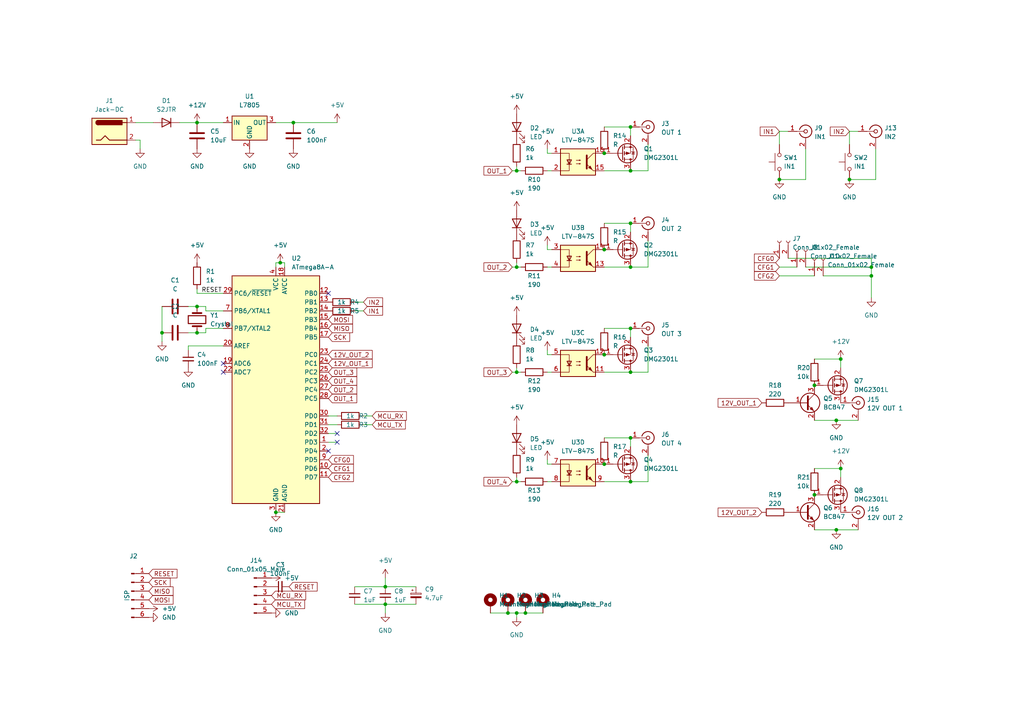
<source format=kicad_sch>
(kicad_sch (version 20211123) (generator eeschema)
  (paper "A4")
  (lib_symbols
    (symbol "Connector:Conn_01x02_Female" (pin_names (offset 1.016) hide)
      (property "Reference" "J" (at 0 2.54 0))
      (property "Value" "Conn_01x02_Female" (at 0 -5.08 0))
      (symbol "Conn_01x02_Female_1_1"
        (pin passive line (at -5.08 0 0) (length 3.81) (name "Pin_1") (number "1"))
        (pin passive line (at -5.08 -2.54 0) (length 3.81) (name "Pin_2") (number "2"))
      )
    )
    (symbol "Connector:Conn_01x05_Male" (pin_names (offset 1.016) hide)
      (property "Reference" "J" (at 0 7.62 0))
      (property "Value" "Conn_01x05_Male" (at 0 -7.62 0))
      (symbol "Conn_01x05_Male_1_1"
        (pin passive line (at 5.08 5.08 180) (length 3.81) (name "Pin_1") (number "1"))
        (pin passive line (at 5.08 2.54 180) (length 3.81) (name "Pin_2") (number "2"))
        (pin passive line (at 5.08 0 180) (length 3.81) (name "Pin_3") (number "3"))
        (pin passive line (at 5.08 -2.54 180) (length 3.81) (name "Pin_4") (number "4"))
        (pin passive line (at 5.08 -5.08 180) (length 3.81) (name "Pin_5") (number "5"))
      )
    )
    (symbol "Connector:Conn_01x06_Male" (pin_names (offset 1.016) hide)
      (property "Reference" "J" (at 0 7.62 0))
      (property "Value" "Conn_01x06_Male" (at 0 -10.16 0))
      (symbol "Conn_01x06_Male_1_1"
        (pin passive line (at 5.08 5.08 180) (length 3.81) (name "Pin_1") (number "1"))
        (pin passive line (at 5.08 2.54 180) (length 3.81) (name "Pin_2") (number "2"))
        (pin passive line (at 5.08 0 180) (length 3.81) (name "Pin_3") (number "3"))
        (pin passive line (at 5.08 -2.54 180) (length 3.81) (name "Pin_4") (number "4"))
        (pin passive line (at 5.08 -5.08 180) (length 3.81) (name "Pin_5") (number "5"))
        (pin passive line (at 5.08 -7.62 180) (length 3.81) (name "Pin_6") (number "6"))
      )
    )
    (symbol "Connector:Conn_Coaxial" (pin_names (offset 1.016) hide)
      (property "Reference" "J" (at 0.254 3.048 0))
      (property "Value" "Conn_Coaxial" (at 2.921 0 90))
      (symbol "Conn_Coaxial_1_1"
        (pin passive line (at -5.08 0 0) (length 2.54) (name "In") (number "1"))
        (pin passive line (at 0 -5.08 90) (length 2.54) (name "Ext") (number "2"))
      )
    )
    (symbol "Connector:Jack-DC" (pin_names (offset 1.016))
      (property "Reference" "J" (at 0 5.334 0))
      (property "Value" "Jack-DC" (at 0 -5.08 0))
      (symbol "Jack-DC_1_1"
        (pin passive line (at 7.62 2.54 180) (length 2.54) (name "~") (number "1"))
        (pin passive line (at 7.62 -2.54 180) (length 2.54) (name "~") (number "2"))
      )
    )
    (symbol "Device:C" (pin_numbers hide) (pin_names (offset 0.254))
      (property "Reference" "C" (at 0.635 2.54 0))
      (property "Value" "C" (at 0.635 -2.54 0))
      (symbol "C_1_1"
        (pin passive line (at 0 3.81 270) (length 2.794) (name "~") (number "1"))
        (pin passive line (at 0 -3.81 90) (length 2.794) (name "~") (number "2"))
      )
    )
    (symbol "Device:C_Polarized_Small" (pin_numbers hide) (pin_names (offset 0.254) hide)
      (property "Reference" "C" (at 0.254 1.778 0))
      (property "Value" "C_Polarized_Small" (at 0.254 -2.032 0))
      (symbol "C_Polarized_Small_1_1"
        (pin passive line (at 0 2.54 270) (length 1.8542) (name "~") (number "1"))
        (pin passive line (at 0 -2.54 90) (length 1.8542) (name "~") (number "2"))
      )
    )
    (symbol "Device:C_Small" (pin_numbers hide) (pin_names (offset 0.254) hide)
      (property "Reference" "C" (at 0.254 1.778 0))
      (property "Value" "C_Small" (at 0.254 -2.032 0))
      (symbol "C_Small_1_1"
        (pin passive line (at 0 2.54 270) (length 2.032) (name "~") (number "1"))
        (pin passive line (at 0 -2.54 90) (length 2.032) (name "~") (number "2"))
      )
    )
    (symbol "Device:Crystal" (pin_numbers hide) (pin_names (offset 1.016) hide)
      (property "Reference" "Y" (at 0 3.81 0))
      (property "Value" "Crystal" (at 0 -3.81 0))
      (symbol "Crystal_1_1"
        (pin passive line (at -3.81 0 0) (length 1.27) (name "1") (number "1"))
        (pin passive line (at 3.81 0 180) (length 1.27) (name "2") (number "2"))
      )
    )
    (symbol "Device:LED" (pin_numbers hide) (pin_names (offset 1.016) hide)
      (property "Reference" "D" (at 0 2.54 0))
      (property "Value" "LED" (at 0 -2.54 0))
      (symbol "LED_1_1"
        (pin passive line (at -3.81 0 0) (length 2.54) (name "K") (number "1"))
        (pin passive line (at 3.81 0 180) (length 2.54) (name "A") (number "2"))
      )
    )
    (symbol "Device:R" (pin_numbers hide) (pin_names (offset 0))
      (property "Reference" "R" (at 2.032 0 90))
      (property "Value" "R" (at 0 0 90))
      (symbol "R_1_1"
        (pin passive line (at 0 3.81 270) (length 1.27) (name "~") (number "1"))
        (pin passive line (at 0 -3.81 90) (length 1.27) (name "~") (number "2"))
      )
    )
    (symbol "Diode:S2JTR" (pin_numbers hide) (pin_names (offset 1.016) hide)
      (property "Reference" "D" (at 0 2.54 0))
      (property "Value" "S2JTR" (at 0 -2.54 0))
      (symbol "S2JTR_1_1"
        (pin passive line (at -3.81 0 0) (length 2.54) (name "K") (number "1"))
        (pin passive line (at 3.81 0 180) (length 2.54) (name "A") (number "2"))
      )
    )
    (symbol "Isolator:LTV-847S" (pin_names (offset 1.016))
      (property "Reference" "U" (at -3.81 5.08 0))
      (property "Value" "LTV-847S" (at 0 -5.08 0))
      (symbol "LTV-847S_1_1"
        (pin passive line (at -7.62 2.54 0) (length 2.54) (name "~") (number "1"))
        (pin passive line (at 7.62 -2.54 180) (length 2.54) (name "~") (number "15"))
        (pin passive line (at 7.62 2.54 180) (length 2.54) (name "~") (number "16"))
        (pin passive line (at -7.62 -2.54 0) (length 2.54) (name "~") (number "2"))
      )
      (symbol "LTV-847S_2_1"
        (pin passive line (at 7.62 -2.54 180) (length 2.54) (name "~") (number "13"))
        (pin passive line (at 7.62 2.54 180) (length 2.54) (name "~") (number "14"))
        (pin passive line (at -7.62 2.54 0) (length 2.54) (name "~") (number "3"))
        (pin passive line (at -7.62 -2.54 0) (length 2.54) (name "~") (number "4"))
      )
      (symbol "LTV-847S_3_1"
        (pin passive line (at 7.62 -2.54 180) (length 2.54) (name "~") (number "11"))
        (pin passive line (at 7.62 2.54 180) (length 2.54) (name "~") (number "12"))
        (pin passive line (at -7.62 2.54 0) (length 2.54) (name "~") (number "5"))
        (pin passive line (at -7.62 -2.54 0) (length 2.54) (name "~") (number "6"))
      )
      (symbol "LTV-847S_4_1"
        (pin passive line (at 7.62 2.54 180) (length 2.54) (name "~") (number "10"))
        (pin passive line (at -7.62 2.54 0) (length 2.54) (name "~") (number "7"))
        (pin passive line (at -7.62 -2.54 0) (length 2.54) (name "~") (number "8"))
        (pin passive line (at 7.62 -2.54 180) (length 2.54) (name "~") (number "9"))
      )
    )
    (symbol "MCU_Microchip_ATmega:ATmega8A-A"
      (property "Reference" "U" (at -12.7 34.29 0))
      (property "Value" "ATmega8A-A" (at 5.08 -34.29 0))
      (symbol "ATmega8A-A_1_1"
        (pin bidirectional line (at 15.24 -15.24 180) (length 2.54) (name "PD3") (number "1"))
        (pin bidirectional line (at 15.24 -22.86 180) (length 2.54) (name "PD6") (number "10"))
        (pin bidirectional line (at 15.24 -25.4 180) (length 2.54) (name "PD7") (number "11"))
        (pin bidirectional line (at 15.24 27.94 180) (length 2.54) (name "PB0") (number "12"))
        (pin bidirectional line (at 15.24 25.4 180) (length 2.54) (name "PB1") (number "13"))
        (pin bidirectional line (at 15.24 22.86 180) (length 2.54) (name "PB2") (number "14"))
        (pin bidirectional line (at 15.24 20.32 180) (length 2.54) (name "PB3") (number "15"))
        (pin bidirectional line (at 15.24 17.78 180) (length 2.54) (name "PB4") (number "16"))
        (pin bidirectional line (at 15.24 15.24 180) (length 2.54) (name "PB5") (number "17"))
        (pin power_in line (at 2.54 35.56 270) (length 2.54) (name "AVCC") (number "18"))
        (pin input line (at -15.24 7.62 0) (length 2.54) (name "ADC6") (number "19"))
        (pin bidirectional line (at 15.24 -17.78 180) (length 2.54) (name "PD4") (number "2"))
        (pin passive line (at -15.24 12.7 0) (length 2.54) (name "AREF") (number "20"))
        (pin power_in line (at 2.54 -35.56 90) (length 2.54) (name "AGND") (number "21"))
        (pin input line (at -15.24 5.08 0) (length 2.54) (name "ADC7") (number "22"))
        (pin bidirectional line (at 15.24 10.16 180) (length 2.54) (name "PC0") (number "23"))
        (pin bidirectional line (at 15.24 7.62 180) (length 2.54) (name "PC1") (number "24"))
        (pin bidirectional line (at 15.24 5.08 180) (length 2.54) (name "PC2") (number "25"))
        (pin bidirectional line (at 15.24 2.54 180) (length 2.54) (name "PC3") (number "26"))
        (pin bidirectional line (at 15.24 0 180) (length 2.54) (name "PC4") (number "27"))
        (pin bidirectional line (at 15.24 -2.54 180) (length 2.54) (name "PC5") (number "28"))
        (pin bidirectional line (at -15.24 27.94 0) (length 2.54) (name "PC6/~{RESET}") (number "29"))
        (pin power_in line (at 0 -35.56 90) (length 2.54) (name "GND") (number "3"))
        (pin bidirectional line (at 15.24 -7.62 180) (length 2.54) (name "PD0") (number "30"))
        (pin bidirectional line (at 15.24 -10.16 180) (length 2.54) (name "PD1") (number "31"))
        (pin bidirectional line (at 15.24 -12.7 180) (length 2.54) (name "PD2") (number "32"))
        (pin power_in line (at 0 35.56 270) (length 2.54) (name "VCC") (number "4"))
        (pin passive line (at 0 -35.56 90) (length 2.54) hide (name "GND") (number "5"))
        (pin passive line (at 0 35.56 270) (length 2.54) hide (name "VCC") (number "6"))
        (pin bidirectional line (at -15.24 22.86 0) (length 2.54) (name "PB6/XTAL1") (number "7"))
        (pin bidirectional line (at -15.24 17.78 0) (length 2.54) (name "PB7/XTAL2") (number "8"))
        (pin bidirectional line (at 15.24 -20.32 180) (length 2.54) (name "PD5") (number "9"))
      )
    )
    (symbol "Mechanical:MountingHole_Pad" (pin_numbers hide) (pin_names (offset 1.016) hide)
      (property "Reference" "H" (at 0 6.35 0))
      (property "Value" "MountingHole_Pad" (at 0 4.445 0))
      (symbol "MountingHole_Pad_1_1"
        (pin input line (at 0 -2.54 90) (length 2.54) (name "1") (number "1"))
      )
    )
    (symbol "Regulator_Linear:L7805" (pin_names (offset 0.254))
      (property "Reference" "U" (at -3.81 3.175 0))
      (property "Value" "L7805" (at 0 3.175 0))
      (symbol "L7805_1_1"
        (pin power_in line (at -7.62 0 0) (length 2.54) (name "IN") (number "1"))
        (pin power_in line (at 0 -7.62 90) (length 2.54) (name "GND") (number "2"))
        (pin power_out line (at 7.62 0 180) (length 2.54) (name "OUT") (number "3"))
      )
    )
    (symbol "Switch:SW_Push" (pin_numbers hide) (pin_names (offset 1.016) hide)
      (property "Reference" "SW" (at 1.27 2.54 0))
      (property "Value" "SW_Push" (at 0 -1.524 0))
      (symbol "SW_Push_0_1"
        (pin passive line (at -5.08 0 0) (length 2.54) (name "1") (number "1"))
        (pin passive line (at 5.08 0 180) (length 2.54) (name "2") (number "2"))
      )
    )
    (symbol "Transistor_BJT:BC847" (pin_names (offset 0) hide)
      (property "Reference" "Q" (at 5.08 1.905 0))
      (property "Value" "BC847" (at 5.08 0 0))
      (symbol "BC847_1_1"
        (pin input line (at -5.08 0 0) (length 5.715) (name "B") (number "1"))
        (pin passive line (at 2.54 -5.08 90) (length 2.54) (name "E") (number "2"))
        (pin passive line (at 2.54 5.08 270) (length 2.54) (name "C") (number "3"))
      )
    )
    (symbol "Transistor_FET:DMG2301L" (pin_names hide)
      (property "Reference" "Q" (at 5.08 1.905 0))
      (property "Value" "DMG2301L" (at 5.08 0 0))
      (symbol "DMG2301L_1_1"
        (pin input line (at -5.08 0 0) (length 2.54) (name "G") (number "1"))
        (pin passive line (at 2.54 -5.08 90) (length 2.54) (name "S") (number "2"))
        (pin passive line (at 2.54 5.08 270) (length 2.54) (name "D") (number "3"))
      )
    )
    (symbol "power:+12V" (power) (pin_names (offset 0))
      (property "Value" "+12V" (at 0 3.556 0))
      (symbol "+12V_1_1"
        (pin power_in line (at 0 0 90) (length 0) hide (name "+12V") (number "1"))
      )
    )
    (symbol "power:+5V" (power) (pin_names (offset 0))
      (property "Value" "+5V" (at 0 3.556 0))
      (symbol "+5V_1_1"
        (pin power_in line (at 0 0 90) (length 0) hide (name "+5V") (number "1"))
      )
    )
    (symbol "power:GND" (power) (pin_names (offset 0))
      (property "Value" "GND" (at 0 -3.81 0))
      (symbol "GND_1_1"
        (pin power_in line (at 0 0 270) (length 0) hide (name "GND") (number "1"))
      )
    )
  )
  (junction (at 57.15 96.52))
  (junction (at 236.22 143.51))
  (junction (at 182.88 127))
  (junction (at 182.88 64.77))
  (junction (at 182.88 49.53))
  (junction (at 182.88 77.47))
  (junction (at 149.86 49.53))
  (junction (at 149.86 107.95))
  (junction (at 226.06 52.07))
  (junction (at 111.76 175.26))
  (junction (at 57.15 35.56))
  (junction (at 149.86 139.7))
  (junction (at 182.88 139.7))
  (junction (at 149.86 77.47))
  (junction (at 242.57 121.92))
  (junction (at 175.26 72.39))
  (junction (at 111.76 170.18))
  (junction (at 242.57 153.67))
  (junction (at 252.73 77.47))
  (junction (at 147.32 177.8))
  (junction (at 236.22 111.76))
  (junction (at 182.88 95.25))
  (junction (at 243.84 104.14))
  (junction (at 149.86 177.8))
  (junction (at 152.4 177.8))
  (junction (at 243.84 135.89))
  (junction (at 46.99 96.52))
  (junction (at 182.88 107.95))
  (junction (at 57.15 88.9))
  (junction (at 252.73 80.01))
  (junction (at 246.38 52.07))
  (junction (at 175.26 44.45))
  (junction (at 85.09 35.56))
  (junction (at 175.26 102.87))
  (junction (at 175.26 134.62))
  (junction (at 81.28 76.2))
  (junction (at 182.88 36.83))
  (junction (at 80.01 148.59))
  (no_connect (at 64.77 107.95))
  (no_connect (at 64.77 105.41))
  (no_connect (at 97.79 125.73))
  (no_connect (at 97.79 128.27))
  (no_connect (at 95.25 130.81))
  (no_connect (at 95.25 85.09))
  (wire (pts (xy 54.61 100.33) (xy 64.77 100.33)))
  (wire (pts (xy 246.38 38.1) (xy 248.92 38.1)))
  (wire (pts (xy 149.86 49.53) (xy 151.13 49.53)))
  (wire (pts (xy 111.76 175.26) (xy 111.76 177.8)))
  (wire (pts (xy 148.59 77.47) (xy 149.86 77.47)))
  (wire (pts (xy 102.87 175.26) (xy 111.76 175.26)))
  (wire (pts (xy 95.25 120.65) (xy 97.79 120.65)))
  (wire (pts (xy 226.06 77.47) (xy 231.14 77.47)))
  (wire (pts (xy 254 43.18) (xy 254 52.07)))
  (wire (pts (xy 158.75 107.95) (xy 160.02 107.95)))
  (wire (pts (xy 85.09 35.56) (xy 97.79 35.56)))
  (wire (pts (xy 149.86 49.53) (xy 149.86 48.26)))
  (wire (pts (xy 95.25 128.27) (xy 97.79 128.27)))
  (wire (pts (xy 148.59 49.53) (xy 149.86 49.53)))
  (wire (pts (xy 52.07 35.56) (xy 57.15 35.56)))
  (wire (pts (xy 102.87 90.17) (xy 105.41 90.17)))
  (wire (pts (xy 105.41 120.65) (xy 107.95 120.65)))
  (wire (pts (xy 175.26 127) (xy 182.88 127)))
  (wire (pts (xy 81.28 76.2) (xy 82.55 76.2)))
  (wire (pts (xy 158.75 139.7) (xy 160.02 139.7)))
  (wire (pts (xy 158.75 43.18) (xy 158.75 44.45)))
  (wire (pts (xy 95.25 125.73) (xy 97.79 125.73)))
  (wire (pts (xy 233.68 52.07) (xy 226.06 52.07)))
  (wire (pts (xy 80.01 148.59) (xy 82.55 148.59)))
  (wire (pts (xy 182.88 77.47) (xy 187.96 77.47)))
  (wire (pts (xy 40.64 40.64) (xy 40.64 43.18)))
  (wire (pts (xy 187.96 69.85) (xy 187.96 77.47)))
  (wire (pts (xy 175.26 49.53) (xy 182.88 49.53)))
  (wire (pts (xy 187.96 132.08) (xy 187.96 139.7)))
  (wire (pts (xy 175.26 95.25) (xy 182.88 95.25)))
  (wire (pts (xy 64.77 95.25) (xy 59.69 95.25)))
  (wire (pts (xy 149.86 177.8) (xy 149.86 179.07)))
  (wire (pts (xy 182.88 36.83) (xy 182.88 39.37)))
  (wire (pts (xy 182.88 107.95) (xy 187.96 107.95)))
  (wire (pts (xy 233.68 77.47) (xy 252.73 77.47)))
  (wire (pts (xy 111.76 175.26) (xy 120.65 175.26)))
  (wire (pts (xy 142.24 177.8) (xy 147.32 177.8)))
  (wire (pts (xy 59.69 95.25) (xy 59.69 96.52)))
  (wire (pts (xy 226.06 38.1) (xy 228.6 38.1)))
  (wire (pts (xy 59.69 96.52) (xy 57.15 96.52)))
  (wire (pts (xy 252.73 74.93) (xy 252.73 77.47)))
  (wire (pts (xy 149.86 177.8) (xy 152.4 177.8)))
  (wire (pts (xy 182.88 139.7) (xy 187.96 139.7)))
  (wire (pts (xy 158.75 133.35) (xy 158.75 134.62)))
  (wire (pts (xy 182.88 95.25) (xy 182.88 97.79)))
  (wire (pts (xy 158.75 49.53) (xy 160.02 49.53)))
  (wire (pts (xy 182.88 64.77) (xy 182.88 67.31)))
  (wire (pts (xy 242.57 153.67) (xy 248.92 153.67)))
  (wire (pts (xy 81.28 76.2) (xy 80.01 76.2)))
  (wire (pts (xy 149.86 77.47) (xy 151.13 77.47)))
  (wire (pts (xy 111.76 167.64) (xy 111.76 170.18)))
  (wire (pts (xy 228.6 74.93) (xy 252.73 74.93)))
  (wire (pts (xy 187.96 41.91) (xy 187.96 49.53)))
  (wire (pts (xy 182.88 127) (xy 182.88 129.54)))
  (wire (pts (xy 149.86 139.7) (xy 151.13 139.7)))
  (wire (pts (xy 175.26 107.95) (xy 182.88 107.95)))
  (wire (pts (xy 39.37 40.64) (xy 40.64 40.64)))
  (wire (pts (xy 236.22 153.67) (xy 242.57 153.67)))
  (wire (pts (xy 46.99 96.52) (xy 46.99 99.06)))
  (wire (pts (xy 82.55 76.2) (xy 82.55 77.47)))
  (wire (pts (xy 102.87 87.63) (xy 105.41 87.63)))
  (wire (pts (xy 246.38 38.1) (xy 246.38 41.91)))
  (wire (pts (xy 80.01 76.2) (xy 80.01 77.47)))
  (wire (pts (xy 59.69 90.17) (xy 59.69 88.9)))
  (wire (pts (xy 149.86 77.47) (xy 149.86 76.2)))
  (wire (pts (xy 243.84 135.89) (xy 243.84 138.43)))
  (wire (pts (xy 158.75 71.12) (xy 158.75 72.39)))
  (wire (pts (xy 80.01 35.56) (xy 85.09 35.56)))
  (wire (pts (xy 149.86 107.95) (xy 151.13 107.95)))
  (wire (pts (xy 158.75 44.45) (xy 160.02 44.45)))
  (wire (pts (xy 158.75 102.87) (xy 160.02 102.87)))
  (wire (pts (xy 236.22 121.92) (xy 242.57 121.92)))
  (wire (pts (xy 175.26 77.47) (xy 182.88 77.47)))
  (wire (pts (xy 252.73 80.01) (xy 252.73 86.36)))
  (wire (pts (xy 102.87 170.18) (xy 111.76 170.18)))
  (wire (pts (xy 254 52.07) (xy 246.38 52.07)))
  (wire (pts (xy 175.26 139.7) (xy 182.88 139.7)))
  (wire (pts (xy 236.22 135.89) (xy 243.84 135.89)))
  (wire (pts (xy 64.77 90.17) (xy 59.69 90.17)))
  (wire (pts (xy 148.59 107.95) (xy 149.86 107.95)))
  (wire (pts (xy 57.15 35.56) (xy 64.77 35.56)))
  (wire (pts (xy 46.99 88.9) (xy 46.99 96.52)))
  (wire (pts (xy 111.76 170.18) (xy 120.65 170.18)))
  (wire (pts (xy 242.57 121.92) (xy 248.92 121.92)))
  (wire (pts (xy 158.75 72.39) (xy 160.02 72.39)))
  (wire (pts (xy 243.84 104.14) (xy 243.84 106.68)))
  (wire (pts (xy 152.4 177.8) (xy 157.48 177.8)))
  (wire (pts (xy 252.73 77.47) (xy 252.73 80.01)))
  (wire (pts (xy 54.61 88.9) (xy 57.15 88.9)))
  (wire (pts (xy 147.32 177.8) (xy 149.86 177.8)))
  (wire (pts (xy 59.69 88.9) (xy 57.15 88.9)))
  (wire (pts (xy 182.88 49.53) (xy 187.96 49.53)))
  (wire (pts (xy 236.22 104.14) (xy 243.84 104.14)))
  (wire (pts (xy 158.75 77.47) (xy 160.02 77.47)))
  (wire (pts (xy 175.26 64.77) (xy 182.88 64.77)))
  (wire (pts (xy 149.86 107.95) (xy 149.86 106.68)))
  (wire (pts (xy 57.15 85.09) (xy 57.15 83.82)))
  (wire (pts (xy 233.68 43.18) (xy 233.68 52.07)))
  (wire (pts (xy 39.37 35.56) (xy 44.45 35.56)))
  (wire (pts (xy 95.25 123.19) (xy 97.79 123.19)))
  (wire (pts (xy 238.76 80.01) (xy 252.73 80.01)))
  (wire (pts (xy 158.75 134.62) (xy 160.02 134.62)))
  (wire (pts (xy 226.06 80.01) (xy 236.22 80.01)))
  (wire (pts (xy 105.41 123.19) (xy 107.95 123.19)))
  (wire (pts (xy 57.15 85.09) (xy 64.77 85.09)))
  (wire (pts (xy 187.96 100.33) (xy 187.96 107.95)))
  (wire (pts (xy 54.61 101.6) (xy 54.61 100.33)))
  (wire (pts (xy 175.26 36.83) (xy 182.88 36.83)))
  (wire (pts (xy 149.86 139.7) (xy 149.86 138.43)))
  (wire (pts (xy 148.59 139.7) (xy 149.86 139.7)))
  (wire (pts (xy 54.61 96.52) (xy 57.15 96.52)))
  (wire (pts (xy 226.06 38.1) (xy 226.06 41.91)))
  (wire (pts (xy 158.75 101.6) (xy 158.75 102.87)))
  (label "RESET" (at 58.42 85.09 0))
  (global_label "12V_OUT_2" (shape input) (at 220.98 148.59 180) (property "Odnośniki między arkuszami" "${INTERSHEET_REFS}" (effects hide)))
  (global_label "MOSI" (shape input) (at 43.18 173.99 0) (property "Odnośniki między arkuszami" "${INTERSHEET_REFS}" (effects hide)))
  (global_label "MCU_TX" (shape input) (at 78.74 175.26 0) (property "Odnośniki między arkuszami" "${INTERSHEET_REFS}" (effects hide)))
  (global_label "RESET" (shape input) (at 43.18 166.37 0) (property "Odnośniki między arkuszami" "${INTERSHEET_REFS}" (effects hide)))
  (global_label "IN2" (shape input) (at 246.38 38.1 180) (property "Odnośniki między arkuszami" "${INTERSHEET_REFS}" (effects hide)))
  (global_label "MISO" (shape input) (at 43.18 171.45 0) (property "Odnośniki między arkuszami" "${INTERSHEET_REFS}" (effects hide)))
  (global_label "IN2" (shape input) (at 105.41 87.63 0) (property "Odnośniki między arkuszami" "${INTERSHEET_REFS}" (effects hide)))
  (global_label "12V_OUT_2" (shape input) (at 95.25 102.87 0) (property "Odnośniki między arkuszami" "${INTERSHEET_REFS}" (effects hide)))
  (global_label "OUT_2" (shape input) (at 148.59 77.47 180) (property "Odnośniki między arkuszami" "${INTERSHEET_REFS}" (effects hide)))
  (global_label "MCU_RX" (shape input) (at 107.95 120.65 0) (property "Odnośniki między arkuszami" "${INTERSHEET_REFS}" (effects hide)))
  (global_label "OUT_4" (shape input) (at 148.59 139.7 180) (property "Odnośniki między arkuszami" "${INTERSHEET_REFS}" (effects hide)))
  (global_label "RESET" (shape input) (at 83.82 170.18 0) (property "Odnośniki między arkuszami" "${INTERSHEET_REFS}" (effects hide)))
  (global_label "12V_OUT_1" (shape input) (at 220.98 116.84 180) (property "Odnośniki między arkuszami" "${INTERSHEET_REFS}" (effects hide)))
  (global_label "CFG2" (shape input) (at 95.25 138.43 0) (property "Odnośniki między arkuszami" "${INTERSHEET_REFS}" (effects hide)))
  (global_label "SCK" (shape input) (at 95.25 97.79 0) (property "Odnośniki między arkuszami" "${INTERSHEET_REFS}" (effects hide)))
  (global_label "MCU_TX" (shape input) (at 107.95 123.19 0) (property "Odnośniki między arkuszami" "${INTERSHEET_REFS}" (effects hide)))
  (global_label "OUT_2" (shape input) (at 95.25 113.03 0) (property "Odnośniki między arkuszami" "${INTERSHEET_REFS}" (effects hide)))
  (global_label "IN1" (shape input) (at 105.41 90.17 0) (property "Odnośniki między arkuszami" "${INTERSHEET_REFS}" (effects hide)))
  (global_label "OUT_1" (shape input) (at 95.25 115.57 0) (property "Odnośniki między arkuszami" "${INTERSHEET_REFS}" (effects hide)))
  (global_label "SCK" (shape input) (at 43.18 168.91 0) (property "Odnośniki między arkuszami" "${INTERSHEET_REFS}" (effects hide)))
  (global_label "OUT_1" (shape input) (at 148.59 49.53 180) (property "Odnośniki między arkuszami" "${INTERSHEET_REFS}" (effects hide)))
  (global_label "CFG1" (shape input) (at 226.06 77.47 180) (property "Odnośniki między arkuszami" "${INTERSHEET_REFS}" (effects hide)))
  (global_label "CFG1" (shape input) (at 95.25 135.89 0) (property "Odnośniki między arkuszami" "${INTERSHEET_REFS}" (effects hide)))
  (global_label "MISO" (shape input) (at 95.25 95.25 0) (property "Odnośniki między arkuszami" "${INTERSHEET_REFS}" (effects hide)))
  (global_label "OUT_4" (shape input) (at 95.25 110.49 0) (property "Odnośniki między arkuszami" "${INTERSHEET_REFS}" (effects hide)))
  (global_label "CFG0" (shape input) (at 226.06 74.93 180) (property "Odnośniki między arkuszami" "${INTERSHEET_REFS}" (effects hide)))
  (global_label "OUT_3" (shape input) (at 148.59 107.95 180) (property "Odnośniki między arkuszami" "${INTERSHEET_REFS}" (effects hide)))
  (global_label "MCU_RX" (shape input) (at 78.74 172.72 0) (property "Odnośniki między arkuszami" "${INTERSHEET_REFS}" (effects hide)))
  (global_label "CFG2" (shape input) (at 226.06 80.01 180) (property "Odnośniki między arkuszami" "${INTERSHEET_REFS}" (effects hide)))
  (global_label "CFG0" (shape input) (at 95.25 133.35 0) (property "Odnośniki między arkuszami" "${INTERSHEET_REFS}" (effects hide)))
  (global_label "IN1" (shape input) (at 226.06 38.1 180) (property "Odnośniki między arkuszami" "${INTERSHEET_REFS}" (effects hide)))
  (global_label "MOSI" (shape input) (at 95.25 92.71 0) (property "Odnośniki między arkuszami" "${INTERSHEET_REFS}" (effects hide)))
  (global_label "OUT_3" (shape input) (at 95.25 107.95 0) (property "Odnośniki między arkuszami" "${INTERSHEET_REFS}" (effects hide)))
  (global_label "12V_OUT_1" (shape input) (at 95.25 105.41 0) (property "Odnośniki między arkuszami" "${INTERSHEET_REFS}" (effects hide)))
  (symbol (lib_id "Mechanical:MountingHole_Pad") (at 142.24 175.26 0) (unit 1)
    (property "Reference" "H1" (at 144.78 172.7199 0) (effects (justify left)))
    (property "Value" "MountingHole_Pad" (at 144.78 175.2599 0) (effects (justify left)))
    (property "Footprint" "MountingHole:MountingHole_3.2mm_M3_Pad" (effects hide))
  )
  (symbol (lib_id "Connector:Jack-DC") (at 31.75 38.1 0) (unit 1)
    (property "Reference" "J1" (at 31.75 29.21 0))
    (property "Value" "Jack-DC" (at 31.75 31.75 0))
    (property "Footprint" "Connector_PinHeader_2.54mm:PinHeader_1x02_P2.54mm_Vertical" (effects hide))
  )
  (symbol (lib_id "power:GND") (at 72.39 43.18 0) (unit 1)
    (property "Reference" "#PWR09" (effects hide))
    (property "Value" "GND" (at 72.39 48.26 0))
  )
  (symbol (lib_id "Device:R") (at 101.6 120.65 90) (unit 1)
    (property "Reference" "R2" (at 105.41 120.65 90))
    (property "Value" "1k" (at 101.6 120.65 90))
    (property "Footprint" "Resistor_SMD:R_0805_2012Metric_Pad1.20x1.40mm_HandSolder" (effects hide))
  )
  (symbol (lib_id "Connector:Conn_Coaxial") (at 248.92 116.84 0) (unit 1)
    (property "Reference" "J15" (at 251.46 115.8631 0) (effects (justify left)))
    (property "Value" "12V OUT 1" (at 251.46 118.4031 0) (effects (justify left)))
    (property "Footprint" "Connector_PinHeader_2.54mm:PinHeader_1x02_P2.54mm_Vertical" (effects hide))
    (property "Datasheet" " ~" (effects hide))
  )
  (symbol (lib_id "Device:LED") (at 149.86 36.83 90) (unit 1)
    (property "Reference" "D2" (at 153.67 37.1474 90) (effects (justify right)))
    (property "Value" "LED" (at 153.67 39.6874 90) (effects (justify right)))
    (property "Footprint" "LED_SMD:LED_0805_2012Metric_Pad1.15x1.40mm_HandSolder" (effects hide))
  )
  (symbol (lib_id "Device:R") (at 175.26 68.58 0) (unit 1)
    (property "Reference" "R15" (at 177.8 67.3099 0) (effects (justify left)))
    (property "Value" "R" (at 177.8 69.8499 0) (effects (justify left)))
    (property "Footprint" "Resistor_SMD:R_0805_2012Metric_Pad1.20x1.40mm_HandSolder" (effects hide))
  )
  (symbol (lib_id "Device:R") (at 236.22 139.7 0) (unit 1)
    (property "Reference" "R21" (at 231.14 138.43 0) (effects (justify left)))
    (property "Value" "10k" (at 231.14 140.97 0) (effects (justify left)))
    (property "Footprint" "Resistor_SMD:R_0805_2012Metric_Pad1.20x1.40mm_HandSolder" (effects hide))
  )
  (symbol (lib_id "Device:C") (at 85.09 39.37 0) (unit 1)
    (property "Reference" "C6" (at 88.9 38.0999 0) (effects (justify left)))
    (property "Value" "100nF" (at 88.9 40.6399 0) (effects (justify left)))
    (property "Footprint" "Capacitor_SMD:C_0805_2012Metric_Pad1.18x1.45mm_HandSolder" (effects hide))
  )
  (symbol (lib_id "power:+5V") (at 158.75 133.35 0) (unit 1)
    (property "Reference" "#PWR024" (effects hide))
    (property "Value" "+5V" (at 158.75 128.27 0))
  )
  (symbol (lib_id "power:+12V") (at 243.84 104.14 0) (unit 1)
    (property "Reference" "#PWR027" (effects hide))
    (property "Value" "+12V" (at 243.84 99.06 0))
  )
  (symbol (lib_id "Isolator:LTV-847S") (at 167.64 137.16 0) (unit 4)
    (property "Reference" "U3" (at 167.64 128.27 0))
    (property "Value" "LTV-847S" (at 167.64 130.81 0))
    (property "Footprint" "Package_DIP:SMDIP-16_W9.53mm" (effects hide))
    (property "Datasheet" "http://www.us.liteon.com/downloads/LTV-817-827-847.PDF" (effects hide))
  )
  (symbol (lib_id "MCU_Microchip_ATmega:ATmega8A-A") (at 80.01 113.03 0) (unit 1)
    (property "Reference" "U2" (at 84.5694 74.93 0) (effects (justify left)))
    (property "Value" "ATmega8A-A" (at 84.5694 77.47 0) (effects (justify left)))
    (property "Footprint" "Package_QFP:TQFP-32_7x7mm_P0.8mm" (effects hide))
    (property "Datasheet" "http://ww1.microchip.com/downloads/en/DeviceDoc/Microchip%208bit%20mcu%20AVR%20ATmega8A%20data%20sheet%2040001974A.pdf" (effects hide))
  )
  (symbol (lib_id "Connector:Conn_Coaxial") (at 187.96 95.25 0) (unit 1)
    (property "Reference" "J5" (at 191.77 94.2731 0) (effects (justify left)))
    (property "Value" "OUT 3" (at 191.77 96.8131 0) (effects (justify left)))
    (property "Footprint" "Connector_PinHeader_2.54mm:PinHeader_1x02_P2.54mm_Vertical" (effects hide))
    (property "Datasheet" " ~" (effects hide))
  )
  (symbol (lib_id "power:+12V") (at 57.15 35.56 0) (unit 1)
    (property "Reference" "#PWR06" (effects hide))
    (property "Value" "+12V" (at 57.15 30.48 0))
  )
  (symbol (lib_id "power:GND") (at 57.15 43.18 0) (unit 1)
    (property "Reference" "#PWR07" (effects hide))
    (property "Value" "GND" (at 57.15 48.26 0))
  )
  (symbol (lib_id "Connector:Conn_01x02_Female") (at 226.06 69.85 90) (unit 1)
    (property "Reference" "J7" (at 229.87 69.2149 90) (effects (justify right)))
    (property "Value" "Conn_01x02_Female" (at 229.87 71.7549 90) (effects (justify right)))
    (property "Footprint" "Connector_PinHeader_2.54mm:PinHeader_1x02_P2.54mm_Vertical" (effects hide))
  )
  (symbol (lib_id "power:+5V") (at 158.75 71.12 0) (unit 1)
    (property "Reference" "#PWR022" (effects hide))
    (property "Value" "+5V" (at 158.75 66.04 0))
  )
  (symbol (lib_id "Device:R") (at 149.86 102.87 0) (unit 1)
    (property "Reference" "R8" (at 152.4 101.5999 0) (effects (justify left)))
    (property "Value" "1k" (at 152.4 104.1399 0) (effects (justify left)))
    (property "Footprint" "Resistor_SMD:R_0805_2012Metric_Pad1.20x1.40mm_HandSolder" (effects hide))
  )
  (symbol (lib_id "Connector:Conn_01x06_Male") (at 38.1 171.45 0) (unit 1)
    (property "Reference" "J2" (at 38.735 161.29 0))
    (property "Value" "ISP" (at 36.83 172.72 90))
    (property "Footprint" "Connector_PinHeader_2.54mm:PinHeader_1x06_P2.54mm_Vertical" (effects hide))
  )
  (symbol (lib_id "Switch:SW_Push") (at 246.38 46.99 90) (unit 1)
    (property "Reference" "SW2" (at 247.65 45.7199 90) (effects (justify right)))
    (property "Value" "IN1" (at 247.65 48.2599 90) (effects (justify right)))
    (property "Footprint" "Button_Switch_SMD:PTS636_SL43_SMTR_LFS" (effects hide))
  )
  (symbol (lib_id "power:GND") (at 80.01 148.59 0) (unit 1)
    (property "Reference" "#PWR010" (effects hide))
    (property "Value" "GND" (at 80.01 153.67 0))
  )
  (symbol (lib_id "power:GND") (at 43.18 179.07 90) (unit 1)
    (property "Reference" "#PWR02" (effects hide))
    (property "Value" "GND" (at 46.99 179.0699 90) (effects (justify right)))
  )
  (symbol (lib_id "power:+5V") (at 43.18 176.53 270) (unit 1)
    (property "Reference" "#PWR01" (effects hide))
    (property "Value" "+5V" (at 46.99 176.5299 90) (effects (justify left)))
  )
  (symbol (lib_id "Device:C_Polarized_Small") (at 120.65 172.72 0) (unit 1)
    (property "Reference" "C9" (at 123.19 170.9038 0) (effects (justify left)))
    (property "Value" "4.7uF" (at 123.19 173.4438 0) (effects (justify left)))
    (property "Footprint" "Capacitor_SMD:CP_Elec_4x4.5" (effects hide))
  )
  (symbol (lib_id "Device:Crystal") (at 57.15 92.71 90) (unit 1)
    (property "Reference" "Y1" (at 60.96 91.4399 90) (effects (justify right)))
    (property "Value" "Crystal" (at 60.96 93.9799 90) (effects (justify right)))
    (property "Footprint" "Crystal:Crystal_SMD_HC49-SD" (effects hide))
  )
  (symbol (lib_id "Device:C") (at 50.8 96.52 270) (unit 1)
    (property "Reference" "C2" (at 50.8 88.9 90))
    (property "Value" "C" (at 50.8 91.44 90))
    (property "Footprint" "Capacitor_SMD:C_0805_2012Metric_Pad1.18x1.45mm_HandSolder" (effects hide))
  )
  (symbol (lib_id "power:+12V") (at 243.84 135.89 0) (unit 1)
    (property "Reference" "#PWR028" (effects hide))
    (property "Value" "+12V" (at 243.84 130.81 0))
  )
  (symbol (lib_id "Device:R") (at 175.26 130.81 0) (unit 1)
    (property "Reference" "R17" (at 177.8 129.5399 0) (effects (justify left)))
    (property "Value" "R" (at 177.8 132.0799 0) (effects (justify left)))
    (property "Footprint" "Resistor_SMD:R_0805_2012Metric_Pad1.20x1.40mm_HandSolder" (effects hide))
  )
  (symbol (lib_id "power:+5V") (at 81.28 76.2 0) (unit 1)
    (property "Reference" "#PWR011" (effects hide))
    (property "Value" "+5V" (at 81.28 71.12 0))
  )
  (symbol (lib_id "power:GND") (at 85.09 43.18 0) (unit 1)
    (property "Reference" "#PWR013" (effects hide))
    (property "Value" "GND" (at 85.09 48.26 0))
  )
  (symbol (lib_id "Device:R") (at 149.86 72.39 0) (unit 1)
    (property "Reference" "R7" (at 152.4 71.1199 0) (effects (justify left)))
    (property "Value" "1k" (at 152.4 73.6599 0) (effects (justify left)))
    (property "Footprint" "Resistor_SMD:R_0805_2012Metric_Pad1.20x1.40mm_HandSolder" (effects hide))
  )
  (symbol (lib_id "Connector:Conn_Coaxial") (at 254 38.1 0) (unit 1)
    (property "Reference" "J13" (at 256.54 37.1231 0) (effects (justify left)))
    (property "Value" "IN2" (at 256.54 39.6631 0) (effects (justify left)))
    (property "Footprint" "Connector_PinHeader_2.54mm:PinHeader_1x02_P2.54mm_Vertical" (effects hide))
    (property "Datasheet" " ~" (effects hide))
  )
  (symbol (lib_id "Device:LED") (at 149.86 95.25 90) (unit 1)
    (property "Reference" "D4" (at 153.67 95.5674 90) (effects (justify right)))
    (property "Value" "LED" (at 153.67 98.1074 90) (effects (justify right)))
    (property "Footprint" "LED_SMD:LED_0805_2012Metric_Pad1.15x1.40mm_HandSolder" (effects hide))
  )
  (symbol (lib_id "Device:C") (at 50.8 88.9 270) (unit 1)
    (property "Reference" "C1" (at 50.8 81.28 90))
    (property "Value" "C" (at 50.8 83.82 90))
    (property "Footprint" "Capacitor_SMD:C_0805_2012Metric_Pad1.18x1.45mm_HandSolder" (effects hide))
  )
  (symbol (lib_id "Device:R") (at 236.22 107.95 0) (unit 1)
    (property "Reference" "R20" (at 231.14 106.68 0) (effects (justify left)))
    (property "Value" "10k" (at 231.14 109.22 0) (effects (justify left)))
    (property "Footprint" "Resistor_SMD:R_0805_2012Metric_Pad1.20x1.40mm_HandSolder" (effects hide))
  )
  (symbol (lib_id "power:+5V") (at 111.76 167.64 0) (unit 1)
    (property "Reference" "#PWR015" (effects hide))
    (property "Value" "+5V" (at 111.76 162.56 0))
  )
  (symbol (lib_id "power:+5V") (at 158.75 101.6 0) (unit 1)
    (property "Reference" "#PWR023" (effects hide))
    (property "Value" "+5V" (at 158.75 96.52 0))
  )
  (symbol (lib_id "power:GND") (at 78.74 177.8 90) (unit 1)
    (property "Reference" "#PWR0102" (effects hide))
    (property "Value" "GND" (at 82.55 177.7999 90) (effects (justify right)))
  )
  (symbol (lib_id "Connector:Conn_Coaxial") (at 233.68 38.1 0) (unit 1)
    (property "Reference" "J9" (at 236.22 37.1231 0) (effects (justify left)))
    (property "Value" "IN1" (at 236.22 39.6631 0) (effects (justify left)))
    (property "Footprint" "Connector_PinHeader_2.54mm:PinHeader_1x02_P2.54mm_Vertical" (effects hide))
    (property "Datasheet" " ~" (effects hide))
  )
  (symbol (lib_id "Isolator:LTV-847S") (at 167.64 74.93 0) (unit 2)
    (property "Reference" "U3" (at 167.64 66.04 0))
    (property "Value" "LTV-847S" (at 167.64 68.58 0))
    (property "Footprint" "Package_DIP:SMDIP-16_W9.53mm" (effects hide))
    (property "Datasheet" "http://www.us.liteon.com/downloads/LTV-817-827-847.PDF" (effects hide))
  )
  (symbol (lib_id "power:+5V") (at 149.86 91.44 0) (unit 1)
    (property "Reference" "#PWR019" (effects hide))
    (property "Value" "+5V" (at 149.86 86.36 0))
  )
  (symbol (lib_id "Transistor_FET:DMG2301L") (at 180.34 72.39 0) (mirror x) (unit 1)
    (property "Reference" "Q2" (at 186.69 71.1199 0) (effects (justify left)))
    (property "Value" "DMG2301L" (at 186.69 73.6599 0) (effects (justify left)))
    (property "Footprint" "Package_TO_SOT_SMD:SOT-23" (effects hide))
    (property "Datasheet" "https://www.diodes.com/assets/Datasheets/DMG2301L.pdf" (effects hide))
  )
  (symbol (lib_id "Connector:Conn_Coaxial") (at 187.96 64.77 0) (unit 1)
    (property "Reference" "J4" (at 191.77 63.7931 0) (effects (justify left)))
    (property "Value" "OUT 2" (at 191.77 66.3331 0) (effects (justify left)))
    (property "Footprint" "Connector_PinHeader_2.54mm:PinHeader_1x02_P2.54mm_Vertical" (effects hide))
    (property "Datasheet" " ~" (effects hide))
  )
  (symbol (lib_id "Device:R") (at 101.6 123.19 90) (unit 1)
    (property "Reference" "R3" (at 105.41 123.19 90))
    (property "Value" "1k" (at 101.6 123.19 90))
    (property "Footprint" "Resistor_SMD:R_0805_2012Metric_Pad1.20x1.40mm_HandSolder" (effects hide))
  )
  (symbol (lib_id "Device:R") (at 149.86 44.45 0) (unit 1)
    (property "Reference" "R6" (at 152.4 43.1799 0) (effects (justify left)))
    (property "Value" "1k" (at 152.4 45.7199 0) (effects (justify left)))
    (property "Footprint" "Resistor_SMD:R_0805_2012Metric_Pad1.20x1.40mm_HandSolder" (effects hide))
  )
  (symbol (lib_id "Mechanical:MountingHole_Pad") (at 152.4 175.26 0) (unit 1)
    (property "Reference" "H3" (at 154.94 172.7199 0) (effects (justify left)))
    (property "Value" "MountingHole_Pad" (at 154.94 175.2599 0) (effects (justify left)))
    (property "Footprint" "MountingHole:MountingHole_3.2mm_M3_Pad" (effects hide))
  )
  (symbol (lib_id "Mechanical:MountingHole_Pad") (at 157.48 175.26 0) (unit 1)
    (property "Reference" "H4" (at 160.02 172.7199 0) (effects (justify left)))
    (property "Value" "MountingHole_Pad" (at 160.02 175.2599 0) (effects (justify left)))
    (property "Footprint" "MountingHole:MountingHole_3.2mm_M3_Pad" (effects hide))
  )
  (symbol (lib_id "Device:R") (at 154.94 107.95 90) (unit 1)
    (property "Reference" "R12" (at 154.94 110.49 90))
    (property "Value" "190" (at 154.94 113.03 90))
    (property "Footprint" "Resistor_SMD:R_0805_2012Metric_Pad1.20x1.40mm_HandSolder" (effects hide))
  )
  (symbol (lib_id "Device:R") (at 154.94 139.7 90) (unit 1)
    (property "Reference" "R13" (at 154.94 142.24 90))
    (property "Value" "190" (at 154.94 144.78 90))
    (property "Footprint" "Resistor_SMD:R_0805_2012Metric_Pad1.20x1.40mm_HandSolder" (effects hide))
  )
  (symbol (lib_id "power:+5V") (at 149.86 123.19 0) (unit 1)
    (property "Reference" "#PWR020" (effects hide))
    (property "Value" "+5V" (at 149.86 118.11 0))
  )
  (symbol (lib_id "Device:R") (at 175.26 99.06 0) (unit 1)
    (property "Reference" "R16" (at 177.8 97.7899 0) (effects (justify left)))
    (property "Value" "R" (at 177.8 100.3299 0) (effects (justify left)))
    (property "Footprint" "Resistor_SMD:R_0805_2012Metric_Pad1.20x1.40mm_HandSolder" (effects hide))
  )
  (symbol (lib_id "power:GND") (at 149.86 179.07 0) (unit 1)
    (property "Reference" "#PWR012" (effects hide))
    (property "Value" "GND" (at 149.86 184.15 0))
  )
  (symbol (lib_id "Device:R") (at 224.79 116.84 90) (unit 1)
    (property "Reference" "R18" (at 224.79 111.76 90))
    (property "Value" "220" (at 224.79 114.3 90))
    (property "Footprint" "Resistor_SMD:R_0805_2012Metric_Pad1.20x1.40mm_HandSolder" (effects hide))
  )
  (symbol (lib_id "power:+5V") (at 97.79 35.56 0) (unit 1)
    (property "Reference" "#PWR014" (effects hide))
    (property "Value" "+5V" (at 97.79 30.48 0))
  )
  (symbol (lib_id "Isolator:LTV-847S") (at 167.64 105.41 0) (unit 3)
    (property "Reference" "U3" (at 167.64 96.52 0))
    (property "Value" "LTV-847S" (at 167.64 99.06 0))
    (property "Footprint" "Package_DIP:SMDIP-16_W9.53mm" (effects hide))
    (property "Datasheet" "http://www.us.liteon.com/downloads/LTV-817-827-847.PDF" (effects hide))
  )
  (symbol (lib_id "Connector:Conn_01x02_Female") (at 236.22 74.93 90) (unit 1)
    (property "Reference" "J10" (at 240.03 74.2949 90) (effects (justify right)))
    (property "Value" "Conn_01x02_Female" (at 240.03 76.8349 90) (effects (justify right)))
    (property "Footprint" "Connector_PinHeader_2.54mm:PinHeader_1x02_P2.54mm_Vertical" (effects hide))
  )
  (symbol (lib_id "Device:LED") (at 149.86 64.77 90) (unit 1)
    (property "Reference" "D3" (at 153.67 65.0874 90) (effects (justify right)))
    (property "Value" "LED" (at 153.67 67.6274 90) (effects (justify right)))
    (property "Footprint" "LED_SMD:LED_0805_2012Metric_Pad1.15x1.40mm_HandSolder" (effects hide))
  )
  (symbol (lib_id "Device:R") (at 154.94 77.47 90) (unit 1)
    (property "Reference" "R11" (at 154.94 80.01 90))
    (property "Value" "190" (at 154.94 82.55 90))
    (property "Footprint" "Resistor_SMD:R_0805_2012Metric_Pad1.20x1.40mm_HandSolder" (effects hide))
  )
  (symbol (lib_id "Switch:SW_Push") (at 226.06 46.99 90) (unit 1)
    (property "Reference" "SW1" (at 227.33 45.7199 90) (effects (justify right)))
    (property "Value" "IN1" (at 227.33 48.2599 90) (effects (justify right)))
    (property "Footprint" "Button_Switch_SMD:PTS636_SL43_SMTR_LFS" (effects hide))
  )
  (symbol (lib_id "power:+5V") (at 149.86 33.02 0) (unit 1)
    (property "Reference" "#PWR017" (effects hide))
    (property "Value" "+5V" (at 149.86 27.94 0))
  )
  (symbol (lib_id "power:+5V") (at 78.74 167.64 270) (unit 1)
    (property "Reference" "#PWR0101" (effects hide))
    (property "Value" "+5V" (at 82.55 167.6399 90) (effects (justify left)))
  )
  (symbol (lib_id "power:GND") (at 226.06 52.07 0) (unit 1)
    (property "Reference" "#PWR033" (effects hide))
    (property "Value" "GND" (at 226.06 57.15 0))
  )
  (symbol (lib_id "power:GND") (at 40.64 43.18 0) (unit 1)
    (property "Reference" "#PWR03" (effects hide))
    (property "Value" "GND" (at 40.64 48.26 0))
  )
  (symbol (lib_id "Device:R") (at 99.06 90.17 90) (unit 1)
    (property "Reference" "R5" (at 102.87 90.17 90))
    (property "Value" "1k" (at 99.06 90.17 90))
    (property "Footprint" "Resistor_SMD:R_0805_2012Metric_Pad1.20x1.40mm_HandSolder" (effects hide))
  )
  (symbol (lib_id "power:+5V") (at 158.75 43.18 0) (unit 1)
    (property "Reference" "#PWR021" (effects hide))
    (property "Value" "+5V" (at 158.75 38.1 0))
  )
  (symbol (lib_id "Transistor_BJT:BC847") (at 233.68 116.84 0) (unit 1)
    (property "Reference" "Q5" (at 238.76 115.5699 0) (effects (justify left)))
    (property "Value" "BC847" (at 238.76 118.1099 0) (effects (justify left)))
    (property "Footprint" "Package_TO_SOT_SMD:SOT-23" (effects hide))
    (property "Datasheet" "http://www.infineon.com/dgdl/Infineon-BC847SERIES_BC848SERIES_BC849SERIES_BC850SERIES-DS-v01_01-en.pdf?fileId=db3a304314dca389011541d4630a1657" (effects hide))
  )
  (symbol (lib_id "Device:R") (at 57.15 80.01 180) (unit 1)
    (property "Reference" "R1" (at 59.69 78.7399 0) (effects (justify right)))
    (property "Value" "1k" (at 59.69 81.2799 0) (effects (justify right)))
    (property "Footprint" "Resistor_SMD:R_0805_2012Metric_Pad1.20x1.40mm_HandSolder" (effects hide))
  )
  (symbol (lib_id "power:GND") (at 111.76 177.8 0) (unit 1)
    (property "Reference" "#PWR016" (effects hide))
    (property "Value" "GND" (at 111.76 182.88 0))
  )
  (symbol (lib_id "Device:C_Small") (at 102.87 172.72 0) (unit 1)
    (property "Reference" "C7" (at 105.41 171.4562 0) (effects (justify left)))
    (property "Value" "1uF" (at 105.41 173.9962 0) (effects (justify left)))
    (property "Footprint" "Capacitor_SMD:C_0805_2012Metric_Pad1.18x1.45mm_HandSolder" (effects hide))
  )
  (symbol (lib_id "Device:LED") (at 149.86 127 90) (unit 1)
    (property "Reference" "D5" (at 153.67 127.3174 90) (effects (justify right)))
    (property "Value" "LED" (at 153.67 129.8574 90) (effects (justify right)))
    (property "Footprint" "LED_SMD:LED_0805_2012Metric_Pad1.15x1.40mm_HandSolder" (effects hide))
  )
  (symbol (lib_id "Diode:S2JTR") (at 48.26 35.56 180) (unit 1)
    (property "Reference" "D1" (at 48.26 29.21 0))
    (property "Value" "S2JTR" (at 48.26 31.75 0))
    (property "Footprint" "Diode_SMD:D_SMB" (effects hide))
    (property "Datasheet" "http://www.smc-diodes.com/propdf/S2A-S2M%20N0562%20REV.A.pdf" (effects hide))
  )
  (symbol (lib_id "power:+5V") (at 149.86 60.96 0) (unit 1)
    (property "Reference" "#PWR018" (effects hide))
    (property "Value" "+5V" (at 149.86 55.88 0))
  )
  (symbol (lib_id "Connector:Conn_01x05_Male") (at 73.66 172.72 0) (unit 1)
    (property "Reference" "J14" (at 74.295 162.56 0))
    (property "Value" "Conn_01x05_Male" (at 74.295 165.1 0))
    (property "Footprint" "Connector_PinHeader_2.54mm:PinHeader_1x05_P2.54mm_Vertical" (effects hide))
  )
  (symbol (lib_id "Regulator_Linear:L7805") (at 72.39 35.56 0) (unit 1)
    (property "Reference" "U1" (at 72.39 27.94 0))
    (property "Value" "L7805" (at 72.39 30.48 0))
    (property "Footprint" "Package_TO_SOT_SMD:TO-252-2" (effects hide))
    (property "Datasheet" "http://www.st.com/content/ccc/resource/technical/document/datasheet/41/4f/b3/b0/12/d4/47/88/CD00000444.pdf/files/CD00000444.pdf/jcr:content/translations/en.CD00000444.pdf" (effects hide))
  )
  (symbol (lib_id "Connector:Conn_01x02_Female") (at 231.14 72.39 90) (unit 1)
    (property "Reference" "J8" (at 234.95 71.7549 90) (effects (justify right)))
    (property "Value" "Conn_01x02_Female" (at 234.95 74.2949 90) (effects (justify right)))
    (property "Footprint" "Connector_PinHeader_2.54mm:PinHeader_1x02_P2.54mm_Vertical" (effects hide))
  )
  (symbol (lib_id "Connector:Conn_Coaxial") (at 187.96 36.83 0) (unit 1)
    (property "Reference" "J3" (at 191.77 35.8531 0) (effects (justify left)))
    (property "Value" "OUT 1" (at 191.77 38.3931 0) (effects (justify left)))
    (property "Footprint" "Connector_PinHeader_2.54mm:PinHeader_1x02_P2.54mm_Vertical" (effects hide))
    (property "Datasheet" " ~" (effects hide))
  )
  (symbol (lib_id "Device:C_Small") (at 111.76 172.72 0) (unit 1)
    (property "Reference" "C8" (at 114.3 171.4562 0) (effects (justify left)))
    (property "Value" "1uF" (at 114.3 173.9962 0) (effects (justify left)))
    (property "Footprint" "Capacitor_SMD:C_0805_2012Metric_Pad1.18x1.45mm_HandSolder" (effects hide))
  )
  (symbol (lib_id "Device:R") (at 149.86 134.62 0) (unit 1)
    (property "Reference" "R9" (at 152.4 133.3499 0) (effects (justify left)))
    (property "Value" "1k" (at 152.4 135.8899 0) (effects (justify left)))
    (property "Footprint" "Resistor_SMD:R_0805_2012Metric_Pad1.20x1.40mm_HandSolder" (effects hide))
  )
  (symbol (lib_id "Transistor_FET:DMG2301L") (at 180.34 102.87 0) (mirror x) (unit 1)
    (property "Reference" "Q3" (at 186.69 101.5999 0) (effects (justify left)))
    (property "Value" "DMG2301L" (at 186.69 104.1399 0) (effects (justify left)))
    (property "Footprint" "Package_TO_SOT_SMD:SOT-23" (effects hide))
    (property "Datasheet" "https://www.diodes.com/assets/Datasheets/DMG2301L.pdf" (effects hide))
  )
  (symbol (lib_id "power:GND") (at 246.38 52.07 0) (unit 1)
    (property "Reference" "#PWR034" (effects hide))
    (property "Value" "GND" (at 246.38 57.15 0))
  )
  (symbol (lib_id "Connector:Conn_Coaxial") (at 187.96 127 0) (unit 1)
    (property "Reference" "J6" (at 191.77 126.0231 0) (effects (justify left)))
    (property "Value" "OUT 4" (at 191.77 128.5631 0) (effects (justify left)))
    (property "Footprint" "Connector_PinHeader_2.54mm:PinHeader_1x02_P2.54mm_Vertical" (effects hide))
    (property "Datasheet" " ~" (effects hide))
  )
  (symbol (lib_id "Device:R") (at 99.06 87.63 90) (unit 1)
    (property "Reference" "R4" (at 102.87 87.63 90))
    (property "Value" "1k" (at 99.06 87.63 90))
    (property "Footprint" "Resistor_SMD:R_0805_2012Metric_Pad1.20x1.40mm_HandSolder" (effects hide))
  )
  (symbol (lib_id "power:GND") (at 252.73 86.36 0) (unit 1)
    (property "Reference" "#PWR035" (effects hide))
    (property "Value" "GND" (at 252.73 91.44 0))
  )
  (symbol (lib_id "power:GND") (at 242.57 121.92 0) (unit 1)
    (property "Reference" "#PWR025" (effects hide))
    (property "Value" "GND" (at 242.57 127 0))
  )
  (symbol (lib_id "power:+5V") (at 57.15 76.2 0) (unit 1)
    (property "Reference" "#PWR08" (effects hide))
    (property "Value" "+5V" (at 57.15 71.12 0))
  )
  (symbol (lib_id "power:GND") (at 242.57 153.67 0) (unit 1)
    (property "Reference" "#PWR026" (effects hide))
    (property "Value" "GND" (at 242.57 158.75 0))
  )
  (symbol (lib_id "Device:C_Small") (at 54.61 104.14 0) (unit 1)
    (property "Reference" "C4" (at 57.15 102.8762 0) (effects (justify left)))
    (property "Value" "100nF" (at 57.15 105.4162 0) (effects (justify left)))
    (property "Footprint" "Capacitor_SMD:C_0805_2012Metric_Pad1.18x1.45mm_HandSolder" (effects hide))
  )
  (symbol (lib_id "Device:R") (at 154.94 49.53 90) (unit 1)
    (property "Reference" "R10" (at 154.94 52.07 90))
    (property "Value" "190" (at 154.94 54.61 90))
    (property "Footprint" "Resistor_SMD:R_0805_2012Metric_Pad1.20x1.40mm_HandSolder" (effects hide))
  )
  (symbol (lib_id "Mechanical:MountingHole_Pad") (at 147.32 175.26 0) (unit 1)
    (property "Reference" "H2" (at 149.86 172.7199 0) (effects (justify left)))
    (property "Value" "MountingHole_Pad" (at 149.86 175.2599 0) (effects (justify left)))
    (property "Footprint" "MountingHole:MountingHole_3.2mm_M3_Pad" (effects hide))
  )
  (symbol (lib_id "Transistor_FET:DMG2301L") (at 241.3 143.51 0) (mirror x) (unit 1)
    (property "Reference" "Q8" (at 247.65 142.2399 0) (effects (justify left)))
    (property "Value" "DMG2301L" (at 247.65 144.7799 0) (effects (justify left)))
    (property "Footprint" "Package_TO_SOT_SMD:SOT-23" (effects hide))
    (property "Datasheet" "https://www.diodes.com/assets/Datasheets/DMG2301L.pdf" (effects hide))
  )
  (symbol (lib_id "Device:C_Small") (at 81.28 170.18 90) (unit 1)
    (property "Reference" "C3" (at 81.2863 163.83 90))
    (property "Value" "100nF" (at 81.2863 166.37 90))
    (property "Footprint" "Capacitor_SMD:C_0805_2012Metric_Pad1.18x1.45mm_HandSolder" (effects hide))
  )
  (symbol (lib_id "Isolator:LTV-847S") (at 167.64 46.99 0) (unit 1)
    (property "Reference" "U3" (at 167.64 38.1 0))
    (property "Value" "LTV-847S" (at 167.64 40.64 0))
    (property "Footprint" "Package_DIP:SMDIP-16_W9.53mm" (effects hide))
    (property "Datasheet" "http://www.us.liteon.com/downloads/LTV-817-827-847.PDF" (effects hide))
  )
  (symbol (lib_id "Device:R") (at 175.26 40.64 0) (unit 1)
    (property "Reference" "R14" (at 177.8 39.3699 0) (effects (justify left)))
    (property "Value" "R" (at 177.8 41.9099 0) (effects (justify left)))
    (property "Footprint" "Resistor_SMD:R_0805_2012Metric_Pad1.20x1.40mm_HandSolder" (effects hide))
  )
  (symbol (lib_id "power:GND") (at 54.61 106.68 0) (unit 1)
    (property "Reference" "#PWR05" (effects hide))
    (property "Value" "GND" (at 54.61 111.76 0))
  )
  (symbol (lib_id "Transistor_FET:DMG2301L") (at 180.34 44.45 0) (mirror x) (unit 1)
    (property "Reference" "Q1" (at 186.69 43.1799 0) (effects (justify left)))
    (property "Value" "DMG2301L" (at 186.69 45.7199 0) (effects (justify left)))
    (property "Footprint" "Package_TO_SOT_SMD:SOT-23" (effects hide))
    (property "Datasheet" "https://www.diodes.com/assets/Datasheets/DMG2301L.pdf" (effects hide))
  )
  (symbol (lib_id "Device:C") (at 57.15 39.37 0) (unit 1)
    (property "Reference" "C5" (at 60.96 38.0999 0) (effects (justify left)))
    (property "Value" "10uF" (at 60.96 40.6399 0) (effects (justify left)))
    (property "Footprint" "Capacitor_SMD:C_0805_2012Metric_Pad1.18x1.45mm_HandSolder" (effects hide))
  )
  (symbol (lib_id "Device:R") (at 224.79 148.59 90) (unit 1)
    (property "Reference" "R19" (at 224.79 143.51 90))
    (property "Value" "220" (at 224.79 146.05 90))
    (property "Footprint" "Resistor_SMD:R_0805_2012Metric_Pad1.20x1.40mm_HandSolder" (effects hide))
  )
  (symbol (lib_id "Transistor_FET:DMG2301L") (at 180.34 134.62 0) (mirror x) (unit 1)
    (property "Reference" "Q4" (at 186.69 133.3499 0) (effects (justify left)))
    (property "Value" "DMG2301L" (at 186.69 135.8899 0) (effects (justify left)))
    (property "Footprint" "Package_TO_SOT_SMD:SOT-23" (effects hide))
    (property "Datasheet" "https://www.diodes.com/assets/Datasheets/DMG2301L.pdf" (effects hide))
  )
  (symbol (lib_id "Transistor_BJT:BC847") (at 233.68 148.59 0) (unit 1)
    (property "Reference" "Q6" (at 238.76 147.3199 0) (effects (justify left)))
    (property "Value" "BC847" (at 238.76 149.8599 0) (effects (justify left)))
    (property "Footprint" "Package_TO_SOT_SMD:SOT-23" (effects hide))
    (property "Datasheet" "http://www.infineon.com/dgdl/Infineon-BC847SERIES_BC848SERIES_BC849SERIES_BC850SERIES-DS-v01_01-en.pdf?fileId=db3a304314dca389011541d4630a1657" (effects hide))
  )
  (symbol (lib_id "power:GND") (at 46.99 99.06 0) (unit 1)
    (property "Reference" "#PWR04" (effects hide))
    (property "Value" "GND" (at 46.99 104.14 0))
  )
  (symbol (lib_id "Connector:Conn_Coaxial") (at 248.92 148.59 0) (unit 1)
    (property "Reference" "J16" (at 251.46 147.6131 0) (effects (justify left)))
    (property "Value" "12V OUT 2" (at 251.46 150.1531 0) (effects (justify left)))
    (property "Footprint" "Connector_PinHeader_2.54mm:PinHeader_1x02_P2.54mm_Vertical" (effects hide))
    (property "Datasheet" " ~" (effects hide))
  )
  (symbol (lib_id "Transistor_FET:DMG2301L") (at 241.3 111.76 0) (mirror x) (unit 1)
    (property "Reference" "Q7" (at 247.65 110.4899 0) (effects (justify left)))
    (property "Value" "DMG2301L" (at 247.65 113.0299 0) (effects (justify left)))
    (property "Footprint" "Package_TO_SOT_SMD:SOT-23" (effects hide))
    (property "Datasheet" "https://www.diodes.com/assets/Datasheets/DMG2301L.pdf" (effects hide))
  )
)
</source>
